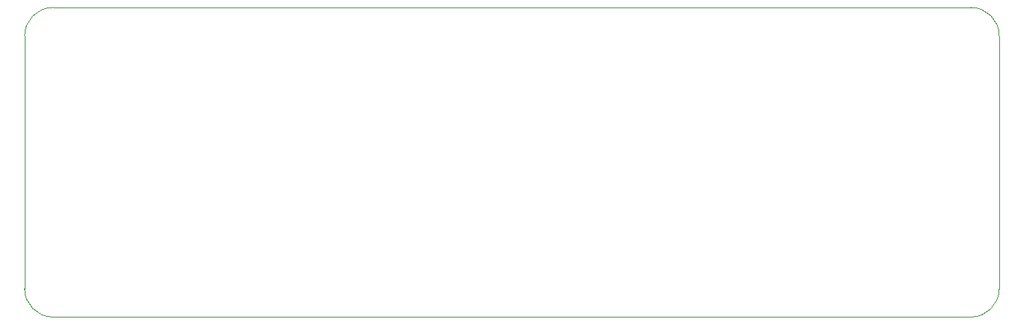
<source format=gbr>
%TF.GenerationSoftware,KiCad,Pcbnew,9.0.2+1*%
%TF.CreationDate,2025-07-24T16:09:38+01:00*%
%TF.ProjectId,OBC,4f42432e-6b69-4636-9164-5f7063625858,rev?*%
%TF.SameCoordinates,Original*%
%TF.FileFunction,Profile,NP*%
%FSLAX45Y45*%
G04 Gerber Fmt 4.5, Leading zero omitted, Abs format (unit mm)*
G04 Created by KiCad (PCBNEW 9.0.2+1) date 2025-07-24 16:09:38*
%MOMM*%
%LPD*%
G01*
G04 APERTURE LIST*
%TA.AperFunction,Profile*%
%ADD10C,0.050000*%
%TD*%
G04 APERTURE END LIST*
D10*
X10320000Y-12010000D02*
X20680000Y-12010000D01*
X20680000Y-8510000D02*
G75*
G02*
X21000000Y-8830000I0J-320000D01*
G01*
X10320000Y-12010000D02*
G75*
G02*
X10000000Y-11690000I0J320000D01*
G01*
X21000000Y-11690000D02*
X21000000Y-8830000D01*
X21000000Y-11690000D02*
G75*
G02*
X20680000Y-12010000I-320000J0D01*
G01*
X10000000Y-11690000D02*
X10000000Y-8830000D01*
X20680000Y-8510000D02*
X10320000Y-8510000D01*
X10000000Y-8830000D02*
G75*
G02*
X10320000Y-8510000I320000J0D01*
G01*
M02*

</source>
